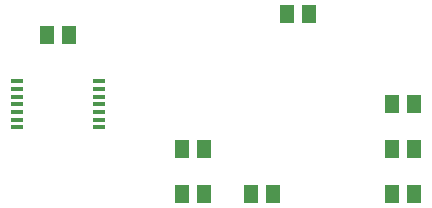
<source format=gbr>
G04 EAGLE Gerber RS-274X export*
G75*
%MOMM*%
%FSLAX34Y34*%
%LPD*%
%INSolderpaste Top*%
%IPPOS*%
%AMOC8*
5,1,8,0,0,1.08239X$1,22.5*%
G01*
%ADD10R,1.100000X0.400000*%
%ADD11R,1.300000X1.500000*%


D10*
X174950Y186700D03*
X174950Y193200D03*
X174950Y199700D03*
X174950Y206200D03*
X174950Y212700D03*
X174950Y219200D03*
X174950Y225700D03*
X105450Y225700D03*
X105450Y219200D03*
X105450Y212700D03*
X105450Y206200D03*
X105450Y199700D03*
X105450Y193200D03*
X105450Y186700D03*
D11*
X245000Y168100D03*
X264000Y168100D03*
X245000Y130000D03*
X264000Y130000D03*
X130700Y264620D03*
X149700Y264620D03*
X322420Y130000D03*
X303420Y130000D03*
X441800Y130000D03*
X422800Y130000D03*
X441800Y168100D03*
X422800Y168100D03*
X422800Y206200D03*
X441800Y206200D03*
X333916Y282496D03*
X352916Y282496D03*
M02*

</source>
